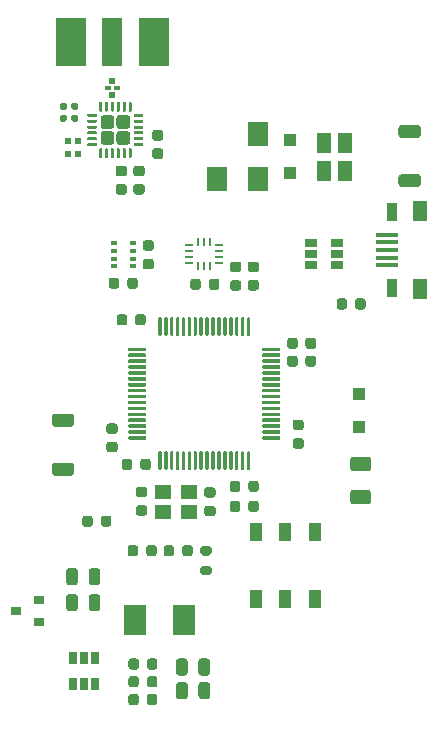
<source format=gbr>
G04 #@! TF.GenerationSoftware,KiCad,Pcbnew,(5.1.7)-1*
G04 #@! TF.CreationDate,2021-03-01T18:39:25+01:00*
G04 #@! TF.ProjectId,Zeggreus,5a656767-7265-4757-932e-6b696361645f,rev?*
G04 #@! TF.SameCoordinates,Original*
G04 #@! TF.FileFunction,Paste,Top*
G04 #@! TF.FilePolarity,Positive*
%FSLAX46Y46*%
G04 Gerber Fmt 4.6, Leading zero omitted, Abs format (unit mm)*
G04 Created by KiCad (PCBNEW (5.1.7)-1) date 2021-03-01 18:39:25*
%MOMM*%
%LPD*%
G01*
G04 APERTURE LIST*
%ADD10R,1.000000X1.500000*%
%ADD11R,0.900000X0.800000*%
%ADD12R,1.100000X1.100000*%
%ADD13R,1.300000X1.700000*%
%ADD14R,0.500000X0.600000*%
%ADD15R,2.665000X4.190000*%
%ADD16R,1.780000X4.190000*%
%ADD17R,1.060000X0.650000*%
%ADD18R,0.500000X0.300000*%
%ADD19R,0.550000X0.550000*%
%ADD20R,1.850000X0.400000*%
%ADD21R,0.900000X1.625000*%
%ADD22R,1.900000X2.500000*%
%ADD23R,1.700000X2.100000*%
%ADD24R,0.675000X0.250000*%
%ADD25R,0.250000X0.675000*%
%ADD26R,0.650000X1.060000*%
%ADD27R,1.400000X1.200000*%
%ADD28R,0.500000X0.350000*%
G04 APERTURE END LIST*
G36*
G01*
X135825000Y-92050000D02*
X137175000Y-92050000D01*
G75*
G02*
X137450000Y-92325000I0J-275000D01*
G01*
X137450000Y-92875000D01*
G75*
G02*
X137175000Y-93150000I-275000J0D01*
G01*
X135825000Y-93150000D01*
G75*
G02*
X135550000Y-92875000I0J275000D01*
G01*
X135550000Y-92325000D01*
G75*
G02*
X135825000Y-92050000I275000J0D01*
G01*
G37*
G36*
G01*
X135825000Y-96200000D02*
X137175000Y-96200000D01*
G75*
G02*
X137450000Y-96475000I0J-275000D01*
G01*
X137450000Y-97025000D01*
G75*
G02*
X137175000Y-97300000I-275000J0D01*
G01*
X135825000Y-97300000D01*
G75*
G02*
X135550000Y-97025000I0J275000D01*
G01*
X135550000Y-96475000D01*
G75*
G02*
X135825000Y-96200000I275000J0D01*
G01*
G37*
D10*
X157816000Y-107752000D03*
X152816000Y-107752000D03*
X152816000Y-102032000D03*
X157816000Y-102032000D03*
X155316000Y-107752000D03*
X155316000Y-102032000D03*
G36*
G01*
X148325000Y-104900000D02*
X148875000Y-104900000D01*
G75*
G02*
X149075000Y-105100000I0J-200000D01*
G01*
X149075000Y-105500000D01*
G75*
G02*
X148875000Y-105700000I-200000J0D01*
G01*
X148325000Y-105700000D01*
G75*
G02*
X148125000Y-105500000I0J200000D01*
G01*
X148125000Y-105100000D01*
G75*
G02*
X148325000Y-104900000I200000J0D01*
G01*
G37*
G36*
G01*
X148325000Y-103250000D02*
X148875000Y-103250000D01*
G75*
G02*
X149075000Y-103450000I0J-200000D01*
G01*
X149075000Y-103850000D01*
G75*
G02*
X148875000Y-104050000I-200000J0D01*
G01*
X148325000Y-104050000D01*
G75*
G02*
X148125000Y-103850000I0J200000D01*
G01*
X148125000Y-103450000D01*
G75*
G02*
X148325000Y-103250000I200000J0D01*
G01*
G37*
D11*
X132500000Y-108750000D03*
X134500000Y-107800000D03*
X134500000Y-109700000D03*
D12*
X155750000Y-68850000D03*
X155750000Y-71650000D03*
D13*
X160400000Y-71500000D03*
X158600000Y-71500000D03*
X160400000Y-69100000D03*
X158600000Y-69100000D03*
D14*
X137760000Y-68920000D03*
X137760000Y-70020000D03*
X136960000Y-70020000D03*
X136960000Y-68920000D03*
G36*
G01*
X152366000Y-80717000D02*
X152866000Y-80717000D01*
G75*
G02*
X153091000Y-80942000I0J-225000D01*
G01*
X153091000Y-81392000D01*
G75*
G02*
X152866000Y-81617000I-225000J0D01*
G01*
X152366000Y-81617000D01*
G75*
G02*
X152141000Y-81392000I0J225000D01*
G01*
X152141000Y-80942000D01*
G75*
G02*
X152366000Y-80717000I225000J0D01*
G01*
G37*
G36*
G01*
X152366000Y-79167000D02*
X152866000Y-79167000D01*
G75*
G02*
X153091000Y-79392000I0J-225000D01*
G01*
X153091000Y-79842000D01*
G75*
G02*
X152866000Y-80067000I-225000J0D01*
G01*
X152366000Y-80067000D01*
G75*
G02*
X152141000Y-79842000I0J225000D01*
G01*
X152141000Y-79392000D01*
G75*
G02*
X152366000Y-79167000I225000J0D01*
G01*
G37*
G36*
G01*
X165175000Y-67600000D02*
X166525000Y-67600000D01*
G75*
G02*
X166800000Y-67875000I0J-275000D01*
G01*
X166800000Y-68425000D01*
G75*
G02*
X166525000Y-68700000I-275000J0D01*
G01*
X165175000Y-68700000D01*
G75*
G02*
X164900000Y-68425000I0J275000D01*
G01*
X164900000Y-67875000D01*
G75*
G02*
X165175000Y-67600000I275000J0D01*
G01*
G37*
G36*
G01*
X165175000Y-71750000D02*
X166525000Y-71750000D01*
G75*
G02*
X166800000Y-72025000I0J-275000D01*
G01*
X166800000Y-72575000D01*
G75*
G02*
X166525000Y-72850000I-275000J0D01*
G01*
X165175000Y-72850000D01*
G75*
G02*
X164900000Y-72575000I0J275000D01*
G01*
X164900000Y-72025000D01*
G75*
G02*
X165175000Y-71750000I275000J0D01*
G01*
G37*
D15*
X137195136Y-60542000D03*
D16*
X140687636Y-60542000D03*
D15*
X144180136Y-60542000D03*
D17*
X157466000Y-78542000D03*
X157466000Y-79492000D03*
X157466000Y-77592000D03*
X159666000Y-77592000D03*
X159666000Y-78542000D03*
X159666000Y-79492000D03*
D18*
X141037636Y-64470681D03*
D19*
X140687636Y-65070681D03*
X140687636Y-63870681D03*
D18*
X140337636Y-64470681D03*
G36*
G01*
X141026000Y-69032001D02*
X141026000Y-68361999D01*
G75*
G02*
X141275999Y-68112000I249999J0D01*
G01*
X141946001Y-68112000D01*
G75*
G02*
X142196000Y-68361999I0J-249999D01*
G01*
X142196000Y-69032001D01*
G75*
G02*
X141946001Y-69282000I-249999J0D01*
G01*
X141275999Y-69282000D01*
G75*
G02*
X141026000Y-69032001I0J249999D01*
G01*
G37*
G36*
G01*
X141026000Y-67682001D02*
X141026000Y-67011999D01*
G75*
G02*
X141275999Y-66762000I249999J0D01*
G01*
X141946001Y-66762000D01*
G75*
G02*
X142196000Y-67011999I0J-249999D01*
G01*
X142196000Y-67682001D01*
G75*
G02*
X141946001Y-67932000I-249999J0D01*
G01*
X141275999Y-67932000D01*
G75*
G02*
X141026000Y-67682001I0J249999D01*
G01*
G37*
G36*
G01*
X139676000Y-69032001D02*
X139676000Y-68361999D01*
G75*
G02*
X139925999Y-68112000I249999J0D01*
G01*
X140596001Y-68112000D01*
G75*
G02*
X140846000Y-68361999I0J-249999D01*
G01*
X140846000Y-69032001D01*
G75*
G02*
X140596001Y-69282000I-249999J0D01*
G01*
X139925999Y-69282000D01*
G75*
G02*
X139676000Y-69032001I0J249999D01*
G01*
G37*
G36*
G01*
X139676000Y-67682001D02*
X139676000Y-67011999D01*
G75*
G02*
X139925999Y-66762000I249999J0D01*
G01*
X140596001Y-66762000D01*
G75*
G02*
X140846000Y-67011999I0J-249999D01*
G01*
X140846000Y-67682001D01*
G75*
G02*
X140596001Y-67932000I-249999J0D01*
G01*
X139925999Y-67932000D01*
G75*
G02*
X139676000Y-67682001I0J249999D01*
G01*
G37*
G36*
G01*
X139561000Y-66409500D02*
X139561000Y-65709500D01*
G75*
G02*
X139623500Y-65647000I62500J0D01*
G01*
X139748500Y-65647000D01*
G75*
G02*
X139811000Y-65709500I0J-62500D01*
G01*
X139811000Y-66409500D01*
G75*
G02*
X139748500Y-66472000I-62500J0D01*
G01*
X139623500Y-66472000D01*
G75*
G02*
X139561000Y-66409500I0J62500D01*
G01*
G37*
G36*
G01*
X140061000Y-66409500D02*
X140061000Y-65709500D01*
G75*
G02*
X140123500Y-65647000I62500J0D01*
G01*
X140248500Y-65647000D01*
G75*
G02*
X140311000Y-65709500I0J-62500D01*
G01*
X140311000Y-66409500D01*
G75*
G02*
X140248500Y-66472000I-62500J0D01*
G01*
X140123500Y-66472000D01*
G75*
G02*
X140061000Y-66409500I0J62500D01*
G01*
G37*
G36*
G01*
X140561000Y-66409500D02*
X140561000Y-65709500D01*
G75*
G02*
X140623500Y-65647000I62500J0D01*
G01*
X140748500Y-65647000D01*
G75*
G02*
X140811000Y-65709500I0J-62500D01*
G01*
X140811000Y-66409500D01*
G75*
G02*
X140748500Y-66472000I-62500J0D01*
G01*
X140623500Y-66472000D01*
G75*
G02*
X140561000Y-66409500I0J62500D01*
G01*
G37*
G36*
G01*
X141061000Y-66409500D02*
X141061000Y-65709500D01*
G75*
G02*
X141123500Y-65647000I62500J0D01*
G01*
X141248500Y-65647000D01*
G75*
G02*
X141311000Y-65709500I0J-62500D01*
G01*
X141311000Y-66409500D01*
G75*
G02*
X141248500Y-66472000I-62500J0D01*
G01*
X141123500Y-66472000D01*
G75*
G02*
X141061000Y-66409500I0J62500D01*
G01*
G37*
G36*
G01*
X141561000Y-66409500D02*
X141561000Y-65709500D01*
G75*
G02*
X141623500Y-65647000I62500J0D01*
G01*
X141748500Y-65647000D01*
G75*
G02*
X141811000Y-65709500I0J-62500D01*
G01*
X141811000Y-66409500D01*
G75*
G02*
X141748500Y-66472000I-62500J0D01*
G01*
X141623500Y-66472000D01*
G75*
G02*
X141561000Y-66409500I0J62500D01*
G01*
G37*
G36*
G01*
X142061000Y-66409500D02*
X142061000Y-65709500D01*
G75*
G02*
X142123500Y-65647000I62500J0D01*
G01*
X142248500Y-65647000D01*
G75*
G02*
X142311000Y-65709500I0J-62500D01*
G01*
X142311000Y-66409500D01*
G75*
G02*
X142248500Y-66472000I-62500J0D01*
G01*
X142123500Y-66472000D01*
G75*
G02*
X142061000Y-66409500I0J62500D01*
G01*
G37*
G36*
G01*
X142486000Y-66834500D02*
X142486000Y-66709500D01*
G75*
G02*
X142548500Y-66647000I62500J0D01*
G01*
X143248500Y-66647000D01*
G75*
G02*
X143311000Y-66709500I0J-62500D01*
G01*
X143311000Y-66834500D01*
G75*
G02*
X143248500Y-66897000I-62500J0D01*
G01*
X142548500Y-66897000D01*
G75*
G02*
X142486000Y-66834500I0J62500D01*
G01*
G37*
G36*
G01*
X142486000Y-67334500D02*
X142486000Y-67209500D01*
G75*
G02*
X142548500Y-67147000I62500J0D01*
G01*
X143248500Y-67147000D01*
G75*
G02*
X143311000Y-67209500I0J-62500D01*
G01*
X143311000Y-67334500D01*
G75*
G02*
X143248500Y-67397000I-62500J0D01*
G01*
X142548500Y-67397000D01*
G75*
G02*
X142486000Y-67334500I0J62500D01*
G01*
G37*
G36*
G01*
X142486000Y-67834500D02*
X142486000Y-67709500D01*
G75*
G02*
X142548500Y-67647000I62500J0D01*
G01*
X143248500Y-67647000D01*
G75*
G02*
X143311000Y-67709500I0J-62500D01*
G01*
X143311000Y-67834500D01*
G75*
G02*
X143248500Y-67897000I-62500J0D01*
G01*
X142548500Y-67897000D01*
G75*
G02*
X142486000Y-67834500I0J62500D01*
G01*
G37*
G36*
G01*
X142486000Y-68334500D02*
X142486000Y-68209500D01*
G75*
G02*
X142548500Y-68147000I62500J0D01*
G01*
X143248500Y-68147000D01*
G75*
G02*
X143311000Y-68209500I0J-62500D01*
G01*
X143311000Y-68334500D01*
G75*
G02*
X143248500Y-68397000I-62500J0D01*
G01*
X142548500Y-68397000D01*
G75*
G02*
X142486000Y-68334500I0J62500D01*
G01*
G37*
G36*
G01*
X142486000Y-68834500D02*
X142486000Y-68709500D01*
G75*
G02*
X142548500Y-68647000I62500J0D01*
G01*
X143248500Y-68647000D01*
G75*
G02*
X143311000Y-68709500I0J-62500D01*
G01*
X143311000Y-68834500D01*
G75*
G02*
X143248500Y-68897000I-62500J0D01*
G01*
X142548500Y-68897000D01*
G75*
G02*
X142486000Y-68834500I0J62500D01*
G01*
G37*
G36*
G01*
X142486000Y-69334500D02*
X142486000Y-69209500D01*
G75*
G02*
X142548500Y-69147000I62500J0D01*
G01*
X143248500Y-69147000D01*
G75*
G02*
X143311000Y-69209500I0J-62500D01*
G01*
X143311000Y-69334500D01*
G75*
G02*
X143248500Y-69397000I-62500J0D01*
G01*
X142548500Y-69397000D01*
G75*
G02*
X142486000Y-69334500I0J62500D01*
G01*
G37*
G36*
G01*
X142061000Y-70334500D02*
X142061000Y-69634500D01*
G75*
G02*
X142123500Y-69572000I62500J0D01*
G01*
X142248500Y-69572000D01*
G75*
G02*
X142311000Y-69634500I0J-62500D01*
G01*
X142311000Y-70334500D01*
G75*
G02*
X142248500Y-70397000I-62500J0D01*
G01*
X142123500Y-70397000D01*
G75*
G02*
X142061000Y-70334500I0J62500D01*
G01*
G37*
G36*
G01*
X141561000Y-70334500D02*
X141561000Y-69634500D01*
G75*
G02*
X141623500Y-69572000I62500J0D01*
G01*
X141748500Y-69572000D01*
G75*
G02*
X141811000Y-69634500I0J-62500D01*
G01*
X141811000Y-70334500D01*
G75*
G02*
X141748500Y-70397000I-62500J0D01*
G01*
X141623500Y-70397000D01*
G75*
G02*
X141561000Y-70334500I0J62500D01*
G01*
G37*
G36*
G01*
X141061000Y-70334500D02*
X141061000Y-69634500D01*
G75*
G02*
X141123500Y-69572000I62500J0D01*
G01*
X141248500Y-69572000D01*
G75*
G02*
X141311000Y-69634500I0J-62500D01*
G01*
X141311000Y-70334500D01*
G75*
G02*
X141248500Y-70397000I-62500J0D01*
G01*
X141123500Y-70397000D01*
G75*
G02*
X141061000Y-70334500I0J62500D01*
G01*
G37*
G36*
G01*
X140561000Y-70334500D02*
X140561000Y-69634500D01*
G75*
G02*
X140623500Y-69572000I62500J0D01*
G01*
X140748500Y-69572000D01*
G75*
G02*
X140811000Y-69634500I0J-62500D01*
G01*
X140811000Y-70334500D01*
G75*
G02*
X140748500Y-70397000I-62500J0D01*
G01*
X140623500Y-70397000D01*
G75*
G02*
X140561000Y-70334500I0J62500D01*
G01*
G37*
G36*
G01*
X140061000Y-70334500D02*
X140061000Y-69634500D01*
G75*
G02*
X140123500Y-69572000I62500J0D01*
G01*
X140248500Y-69572000D01*
G75*
G02*
X140311000Y-69634500I0J-62500D01*
G01*
X140311000Y-70334500D01*
G75*
G02*
X140248500Y-70397000I-62500J0D01*
G01*
X140123500Y-70397000D01*
G75*
G02*
X140061000Y-70334500I0J62500D01*
G01*
G37*
G36*
G01*
X139561000Y-70334500D02*
X139561000Y-69634500D01*
G75*
G02*
X139623500Y-69572000I62500J0D01*
G01*
X139748500Y-69572000D01*
G75*
G02*
X139811000Y-69634500I0J-62500D01*
G01*
X139811000Y-70334500D01*
G75*
G02*
X139748500Y-70397000I-62500J0D01*
G01*
X139623500Y-70397000D01*
G75*
G02*
X139561000Y-70334500I0J62500D01*
G01*
G37*
G36*
G01*
X138561000Y-69334500D02*
X138561000Y-69209500D01*
G75*
G02*
X138623500Y-69147000I62500J0D01*
G01*
X139323500Y-69147000D01*
G75*
G02*
X139386000Y-69209500I0J-62500D01*
G01*
X139386000Y-69334500D01*
G75*
G02*
X139323500Y-69397000I-62500J0D01*
G01*
X138623500Y-69397000D01*
G75*
G02*
X138561000Y-69334500I0J62500D01*
G01*
G37*
G36*
G01*
X138561000Y-68834500D02*
X138561000Y-68709500D01*
G75*
G02*
X138623500Y-68647000I62500J0D01*
G01*
X139323500Y-68647000D01*
G75*
G02*
X139386000Y-68709500I0J-62500D01*
G01*
X139386000Y-68834500D01*
G75*
G02*
X139323500Y-68897000I-62500J0D01*
G01*
X138623500Y-68897000D01*
G75*
G02*
X138561000Y-68834500I0J62500D01*
G01*
G37*
G36*
G01*
X138561000Y-68334500D02*
X138561000Y-68209500D01*
G75*
G02*
X138623500Y-68147000I62500J0D01*
G01*
X139323500Y-68147000D01*
G75*
G02*
X139386000Y-68209500I0J-62500D01*
G01*
X139386000Y-68334500D01*
G75*
G02*
X139323500Y-68397000I-62500J0D01*
G01*
X138623500Y-68397000D01*
G75*
G02*
X138561000Y-68334500I0J62500D01*
G01*
G37*
G36*
G01*
X138561000Y-67834500D02*
X138561000Y-67709500D01*
G75*
G02*
X138623500Y-67647000I62500J0D01*
G01*
X139323500Y-67647000D01*
G75*
G02*
X139386000Y-67709500I0J-62500D01*
G01*
X139386000Y-67834500D01*
G75*
G02*
X139323500Y-67897000I-62500J0D01*
G01*
X138623500Y-67897000D01*
G75*
G02*
X138561000Y-67834500I0J62500D01*
G01*
G37*
G36*
G01*
X138561000Y-67334500D02*
X138561000Y-67209500D01*
G75*
G02*
X138623500Y-67147000I62500J0D01*
G01*
X139323500Y-67147000D01*
G75*
G02*
X139386000Y-67209500I0J-62500D01*
G01*
X139386000Y-67334500D01*
G75*
G02*
X139323500Y-67397000I-62500J0D01*
G01*
X138623500Y-67397000D01*
G75*
G02*
X138561000Y-67334500I0J62500D01*
G01*
G37*
G36*
G01*
X138561000Y-66834500D02*
X138561000Y-66709500D01*
G75*
G02*
X138623500Y-66647000I62500J0D01*
G01*
X139323500Y-66647000D01*
G75*
G02*
X139386000Y-66709500I0J-62500D01*
G01*
X139386000Y-66834500D01*
G75*
G02*
X139323500Y-66897000I-62500J0D01*
G01*
X138623500Y-66897000D01*
G75*
G02*
X138561000Y-66834500I0J62500D01*
G01*
G37*
G36*
G01*
X136816000Y-65852000D02*
X136816000Y-66192000D01*
G75*
G02*
X136676000Y-66332000I-140000J0D01*
G01*
X136396000Y-66332000D01*
G75*
G02*
X136256000Y-66192000I0J140000D01*
G01*
X136256000Y-65852000D01*
G75*
G02*
X136396000Y-65712000I140000J0D01*
G01*
X136676000Y-65712000D01*
G75*
G02*
X136816000Y-65852000I0J-140000D01*
G01*
G37*
G36*
G01*
X137776000Y-65852000D02*
X137776000Y-66192000D01*
G75*
G02*
X137636000Y-66332000I-140000J0D01*
G01*
X137356000Y-66332000D01*
G75*
G02*
X137216000Y-66192000I0J140000D01*
G01*
X137216000Y-65852000D01*
G75*
G02*
X137356000Y-65712000I140000J0D01*
G01*
X137636000Y-65712000D01*
G75*
G02*
X137776000Y-65852000I0J-140000D01*
G01*
G37*
G36*
G01*
X142686000Y-72597000D02*
X143186000Y-72597000D01*
G75*
G02*
X143411000Y-72822000I0J-225000D01*
G01*
X143411000Y-73272000D01*
G75*
G02*
X143186000Y-73497000I-225000J0D01*
G01*
X142686000Y-73497000D01*
G75*
G02*
X142461000Y-73272000I0J225000D01*
G01*
X142461000Y-72822000D01*
G75*
G02*
X142686000Y-72597000I225000J0D01*
G01*
G37*
G36*
G01*
X142686000Y-71047000D02*
X143186000Y-71047000D01*
G75*
G02*
X143411000Y-71272000I0J-225000D01*
G01*
X143411000Y-71722000D01*
G75*
G02*
X143186000Y-71947000I-225000J0D01*
G01*
X142686000Y-71947000D01*
G75*
G02*
X142461000Y-71722000I0J225000D01*
G01*
X142461000Y-71272000D01*
G75*
G02*
X142686000Y-71047000I225000J0D01*
G01*
G37*
G36*
G01*
X141186000Y-72597000D02*
X141686000Y-72597000D01*
G75*
G02*
X141911000Y-72822000I0J-225000D01*
G01*
X141911000Y-73272000D01*
G75*
G02*
X141686000Y-73497000I-225000J0D01*
G01*
X141186000Y-73497000D01*
G75*
G02*
X140961000Y-73272000I0J225000D01*
G01*
X140961000Y-72822000D01*
G75*
G02*
X141186000Y-72597000I225000J0D01*
G01*
G37*
G36*
G01*
X141186000Y-71047000D02*
X141686000Y-71047000D01*
G75*
G02*
X141911000Y-71272000I0J-225000D01*
G01*
X141911000Y-71722000D01*
G75*
G02*
X141686000Y-71947000I-225000J0D01*
G01*
X141186000Y-71947000D01*
G75*
G02*
X140961000Y-71722000I0J225000D01*
G01*
X140961000Y-71272000D01*
G75*
G02*
X141186000Y-71047000I225000J0D01*
G01*
G37*
G36*
G01*
X144266000Y-69572000D02*
X144766000Y-69572000D01*
G75*
G02*
X144991000Y-69797000I0J-225000D01*
G01*
X144991000Y-70247000D01*
G75*
G02*
X144766000Y-70472000I-225000J0D01*
G01*
X144266000Y-70472000D01*
G75*
G02*
X144041000Y-70247000I0J225000D01*
G01*
X144041000Y-69797000D01*
G75*
G02*
X144266000Y-69572000I225000J0D01*
G01*
G37*
G36*
G01*
X144266000Y-68022000D02*
X144766000Y-68022000D01*
G75*
G02*
X144991000Y-68247000I0J-225000D01*
G01*
X144991000Y-68697000D01*
G75*
G02*
X144766000Y-68922000I-225000J0D01*
G01*
X144266000Y-68922000D01*
G75*
G02*
X144041000Y-68697000I0J225000D01*
G01*
X144041000Y-68247000D01*
G75*
G02*
X144266000Y-68022000I225000J0D01*
G01*
G37*
G36*
G01*
X137216000Y-67192000D02*
X137216000Y-66852000D01*
G75*
G02*
X137356000Y-66712000I140000J0D01*
G01*
X137636000Y-66712000D01*
G75*
G02*
X137776000Y-66852000I0J-140000D01*
G01*
X137776000Y-67192000D01*
G75*
G02*
X137636000Y-67332000I-140000J0D01*
G01*
X137356000Y-67332000D01*
G75*
G02*
X137216000Y-67192000I0J140000D01*
G01*
G37*
G36*
G01*
X136256000Y-67192000D02*
X136256000Y-66852000D01*
G75*
G02*
X136396000Y-66712000I140000J0D01*
G01*
X136676000Y-66712000D01*
G75*
G02*
X136816000Y-66852000I0J-140000D01*
G01*
X136816000Y-67192000D01*
G75*
G02*
X136676000Y-67332000I-140000J0D01*
G01*
X136396000Y-67332000D01*
G75*
G02*
X136256000Y-67192000I0J140000D01*
G01*
G37*
D20*
X163891000Y-79492000D03*
X163891000Y-78842000D03*
X163891000Y-76892000D03*
X163891000Y-77542000D03*
D21*
X164366000Y-81429500D03*
X164366000Y-74954500D03*
D13*
X166716000Y-81467000D03*
X166716000Y-74917000D03*
D20*
X163891000Y-78192000D03*
D22*
X146716000Y-109492000D03*
X142616000Y-109492000D03*
D23*
X153000000Y-72192000D03*
X149500000Y-72192000D03*
X153000000Y-68392000D03*
G36*
G01*
X138666000Y-106317000D02*
X138666000Y-105367000D01*
G75*
G02*
X138916000Y-105117000I250000J0D01*
G01*
X139416000Y-105117000D01*
G75*
G02*
X139666000Y-105367000I0J-250000D01*
G01*
X139666000Y-106317000D01*
G75*
G02*
X139416000Y-106567000I-250000J0D01*
G01*
X138916000Y-106567000D01*
G75*
G02*
X138666000Y-106317000I0J250000D01*
G01*
G37*
G36*
G01*
X136766000Y-106317000D02*
X136766000Y-105367000D01*
G75*
G02*
X137016000Y-105117000I250000J0D01*
G01*
X137516000Y-105117000D01*
G75*
G02*
X137766000Y-105367000I0J-250000D01*
G01*
X137766000Y-106317000D01*
G75*
G02*
X137516000Y-106567000I-250000J0D01*
G01*
X137016000Y-106567000D01*
G75*
G02*
X136766000Y-106317000I0J250000D01*
G01*
G37*
G36*
G01*
X148966000Y-115017000D02*
X148966000Y-115967000D01*
G75*
G02*
X148716000Y-116217000I-250000J0D01*
G01*
X148216000Y-116217000D01*
G75*
G02*
X147966000Y-115967000I0J250000D01*
G01*
X147966000Y-115017000D01*
G75*
G02*
X148216000Y-114767000I250000J0D01*
G01*
X148716000Y-114767000D01*
G75*
G02*
X148966000Y-115017000I0J-250000D01*
G01*
G37*
G36*
G01*
X147066000Y-115017000D02*
X147066000Y-115967000D01*
G75*
G02*
X146816000Y-116217000I-250000J0D01*
G01*
X146316000Y-116217000D01*
G75*
G02*
X146066000Y-115967000I0J250000D01*
G01*
X146066000Y-115017000D01*
G75*
G02*
X146316000Y-114767000I250000J0D01*
G01*
X146816000Y-114767000D01*
G75*
G02*
X147066000Y-115017000I0J-250000D01*
G01*
G37*
G36*
G01*
X146066000Y-113967000D02*
X146066000Y-113017000D01*
G75*
G02*
X146316000Y-112767000I250000J0D01*
G01*
X146816000Y-112767000D01*
G75*
G02*
X147066000Y-113017000I0J-250000D01*
G01*
X147066000Y-113967000D01*
G75*
G02*
X146816000Y-114217000I-250000J0D01*
G01*
X146316000Y-114217000D01*
G75*
G02*
X146066000Y-113967000I0J250000D01*
G01*
G37*
G36*
G01*
X147966000Y-113967000D02*
X147966000Y-113017000D01*
G75*
G02*
X148216000Y-112767000I250000J0D01*
G01*
X148716000Y-112767000D01*
G75*
G02*
X148966000Y-113017000I0J-250000D01*
G01*
X148966000Y-113967000D01*
G75*
G02*
X148716000Y-114217000I-250000J0D01*
G01*
X148216000Y-114217000D01*
G75*
G02*
X147966000Y-113967000I0J250000D01*
G01*
G37*
G36*
G01*
X137766000Y-107567000D02*
X137766000Y-108517000D01*
G75*
G02*
X137516000Y-108767000I-250000J0D01*
G01*
X137016000Y-108767000D01*
G75*
G02*
X136766000Y-108517000I0J250000D01*
G01*
X136766000Y-107567000D01*
G75*
G02*
X137016000Y-107317000I250000J0D01*
G01*
X137516000Y-107317000D01*
G75*
G02*
X137766000Y-107567000I0J-250000D01*
G01*
G37*
G36*
G01*
X139666000Y-107567000D02*
X139666000Y-108517000D01*
G75*
G02*
X139416000Y-108767000I-250000J0D01*
G01*
X138916000Y-108767000D01*
G75*
G02*
X138666000Y-108517000I0J250000D01*
G01*
X138666000Y-107567000D01*
G75*
G02*
X138916000Y-107317000I250000J0D01*
G01*
X139416000Y-107317000D01*
G75*
G02*
X139666000Y-107567000I0J-250000D01*
G01*
G37*
D12*
X161600000Y-93202000D03*
X161600000Y-90402000D03*
G36*
G01*
X162325000Y-96925000D02*
X161075000Y-96925000D01*
G75*
G02*
X160825000Y-96675000I0J250000D01*
G01*
X160825000Y-95925000D01*
G75*
G02*
X161075000Y-95675000I250000J0D01*
G01*
X162325000Y-95675000D01*
G75*
G02*
X162575000Y-95925000I0J-250000D01*
G01*
X162575000Y-96675000D01*
G75*
G02*
X162325000Y-96925000I-250000J0D01*
G01*
G37*
G36*
G01*
X162325000Y-99725000D02*
X161075000Y-99725000D01*
G75*
G02*
X160825000Y-99475000I0J250000D01*
G01*
X160825000Y-98725000D01*
G75*
G02*
X161075000Y-98475000I250000J0D01*
G01*
X162325000Y-98475000D01*
G75*
G02*
X162575000Y-98725000I0J-250000D01*
G01*
X162575000Y-99475000D01*
G75*
G02*
X162325000Y-99725000I-250000J0D01*
G01*
G37*
G36*
G01*
X142603500Y-84342000D02*
X142603500Y-83842000D01*
G75*
G02*
X142828500Y-83617000I225000J0D01*
G01*
X143278500Y-83617000D01*
G75*
G02*
X143503500Y-83842000I0J-225000D01*
G01*
X143503500Y-84342000D01*
G75*
G02*
X143278500Y-84567000I-225000J0D01*
G01*
X142828500Y-84567000D01*
G75*
G02*
X142603500Y-84342000I0J225000D01*
G01*
G37*
G36*
G01*
X141053500Y-84342000D02*
X141053500Y-83842000D01*
G75*
G02*
X141278500Y-83617000I225000J0D01*
G01*
X141728500Y-83617000D01*
G75*
G02*
X141953500Y-83842000I0J-225000D01*
G01*
X141953500Y-84342000D01*
G75*
G02*
X141728500Y-84567000I-225000J0D01*
G01*
X141278500Y-84567000D01*
G75*
G02*
X141053500Y-84342000I0J225000D01*
G01*
G37*
G36*
G01*
X156378500Y-85842000D02*
X156378500Y-86342000D01*
G75*
G02*
X156153500Y-86567000I-225000J0D01*
G01*
X155703500Y-86567000D01*
G75*
G02*
X155478500Y-86342000I0J225000D01*
G01*
X155478500Y-85842000D01*
G75*
G02*
X155703500Y-85617000I225000J0D01*
G01*
X156153500Y-85617000D01*
G75*
G02*
X156378500Y-85842000I0J-225000D01*
G01*
G37*
G36*
G01*
X157928500Y-85842000D02*
X157928500Y-86342000D01*
G75*
G02*
X157703500Y-86567000I-225000J0D01*
G01*
X157253500Y-86567000D01*
G75*
G02*
X157028500Y-86342000I0J225000D01*
G01*
X157028500Y-85842000D01*
G75*
G02*
X157253500Y-85617000I225000J0D01*
G01*
X157703500Y-85617000D01*
G75*
G02*
X157928500Y-85842000I0J-225000D01*
G01*
G37*
G36*
G01*
X140403500Y-94417000D02*
X140903500Y-94417000D01*
G75*
G02*
X141128500Y-94642000I0J-225000D01*
G01*
X141128500Y-95092000D01*
G75*
G02*
X140903500Y-95317000I-225000J0D01*
G01*
X140403500Y-95317000D01*
G75*
G02*
X140178500Y-95092000I0J225000D01*
G01*
X140178500Y-94642000D01*
G75*
G02*
X140403500Y-94417000I225000J0D01*
G01*
G37*
G36*
G01*
X140403500Y-92867000D02*
X140903500Y-92867000D01*
G75*
G02*
X141128500Y-93092000I0J-225000D01*
G01*
X141128500Y-93542000D01*
G75*
G02*
X140903500Y-93767000I-225000J0D01*
G01*
X140403500Y-93767000D01*
G75*
G02*
X140178500Y-93542000I0J225000D01*
G01*
X140178500Y-93092000D01*
G75*
G02*
X140403500Y-92867000I225000J0D01*
G01*
G37*
G36*
G01*
X156378500Y-87342000D02*
X156378500Y-87842000D01*
G75*
G02*
X156153500Y-88067000I-225000J0D01*
G01*
X155703500Y-88067000D01*
G75*
G02*
X155478500Y-87842000I0J225000D01*
G01*
X155478500Y-87342000D01*
G75*
G02*
X155703500Y-87117000I225000J0D01*
G01*
X156153500Y-87117000D01*
G75*
G02*
X156378500Y-87342000I0J-225000D01*
G01*
G37*
G36*
G01*
X157928500Y-87342000D02*
X157928500Y-87842000D01*
G75*
G02*
X157703500Y-88067000I-225000J0D01*
G01*
X157253500Y-88067000D01*
G75*
G02*
X157028500Y-87842000I0J225000D01*
G01*
X157028500Y-87342000D01*
G75*
G02*
X157253500Y-87117000I225000J0D01*
G01*
X157703500Y-87117000D01*
G75*
G02*
X157928500Y-87342000I0J-225000D01*
G01*
G37*
D24*
X149716000Y-77792000D03*
X149716000Y-78292000D03*
X149716000Y-78792000D03*
X149716000Y-79292000D03*
X147191000Y-79292000D03*
X147191000Y-78792000D03*
X147191000Y-78292000D03*
X147191000Y-77792000D03*
D25*
X148953500Y-79554500D03*
X148453500Y-79554500D03*
X147953500Y-79554500D03*
X148953500Y-77529500D03*
X147953500Y-77529500D03*
X148453500Y-77529500D03*
G36*
G01*
X147475000Y-103393750D02*
X147475000Y-103906250D01*
G75*
G02*
X147256250Y-104125000I-218750J0D01*
G01*
X146818750Y-104125000D01*
G75*
G02*
X146600000Y-103906250I0J218750D01*
G01*
X146600000Y-103393750D01*
G75*
G02*
X146818750Y-103175000I218750J0D01*
G01*
X147256250Y-103175000D01*
G75*
G02*
X147475000Y-103393750I0J-218750D01*
G01*
G37*
G36*
G01*
X145900000Y-103393750D02*
X145900000Y-103906250D01*
G75*
G02*
X145681250Y-104125000I-218750J0D01*
G01*
X145243750Y-104125000D01*
G75*
G02*
X145025000Y-103906250I0J218750D01*
G01*
X145025000Y-103393750D01*
G75*
G02*
X145243750Y-103175000I218750J0D01*
G01*
X145681250Y-103175000D01*
G75*
G02*
X145900000Y-103393750I0J-218750D01*
G01*
G37*
G36*
G01*
X144428500Y-103385750D02*
X144428500Y-103898250D01*
G75*
G02*
X144209750Y-104117000I-218750J0D01*
G01*
X143772250Y-104117000D01*
G75*
G02*
X143553500Y-103898250I0J218750D01*
G01*
X143553500Y-103385750D01*
G75*
G02*
X143772250Y-103167000I218750J0D01*
G01*
X144209750Y-103167000D01*
G75*
G02*
X144428500Y-103385750I0J-218750D01*
G01*
G37*
G36*
G01*
X142853500Y-103385750D02*
X142853500Y-103898250D01*
G75*
G02*
X142634750Y-104117000I-218750J0D01*
G01*
X142197250Y-104117000D01*
G75*
G02*
X141978500Y-103898250I0J218750D01*
G01*
X141978500Y-103385750D01*
G75*
G02*
X142197250Y-103167000I218750J0D01*
G01*
X142634750Y-103167000D01*
G75*
G02*
X142853500Y-103385750I0J-218750D01*
G01*
G37*
G36*
G01*
X143478500Y-94242000D02*
X142078500Y-94242000D01*
G75*
G02*
X142003500Y-94167000I0J75000D01*
G01*
X142003500Y-94017000D01*
G75*
G02*
X142078500Y-93942000I75000J0D01*
G01*
X143478500Y-93942000D01*
G75*
G02*
X143553500Y-94017000I0J-75000D01*
G01*
X143553500Y-94167000D01*
G75*
G02*
X143478500Y-94242000I-75000J0D01*
G01*
G37*
G36*
G01*
X143478500Y-93742000D02*
X142078500Y-93742000D01*
G75*
G02*
X142003500Y-93667000I0J75000D01*
G01*
X142003500Y-93517000D01*
G75*
G02*
X142078500Y-93442000I75000J0D01*
G01*
X143478500Y-93442000D01*
G75*
G02*
X143553500Y-93517000I0J-75000D01*
G01*
X143553500Y-93667000D01*
G75*
G02*
X143478500Y-93742000I-75000J0D01*
G01*
G37*
G36*
G01*
X143478500Y-93242000D02*
X142078500Y-93242000D01*
G75*
G02*
X142003500Y-93167000I0J75000D01*
G01*
X142003500Y-93017000D01*
G75*
G02*
X142078500Y-92942000I75000J0D01*
G01*
X143478500Y-92942000D01*
G75*
G02*
X143553500Y-93017000I0J-75000D01*
G01*
X143553500Y-93167000D01*
G75*
G02*
X143478500Y-93242000I-75000J0D01*
G01*
G37*
G36*
G01*
X143478500Y-92742000D02*
X142078500Y-92742000D01*
G75*
G02*
X142003500Y-92667000I0J75000D01*
G01*
X142003500Y-92517000D01*
G75*
G02*
X142078500Y-92442000I75000J0D01*
G01*
X143478500Y-92442000D01*
G75*
G02*
X143553500Y-92517000I0J-75000D01*
G01*
X143553500Y-92667000D01*
G75*
G02*
X143478500Y-92742000I-75000J0D01*
G01*
G37*
G36*
G01*
X143478500Y-92242000D02*
X142078500Y-92242000D01*
G75*
G02*
X142003500Y-92167000I0J75000D01*
G01*
X142003500Y-92017000D01*
G75*
G02*
X142078500Y-91942000I75000J0D01*
G01*
X143478500Y-91942000D01*
G75*
G02*
X143553500Y-92017000I0J-75000D01*
G01*
X143553500Y-92167000D01*
G75*
G02*
X143478500Y-92242000I-75000J0D01*
G01*
G37*
G36*
G01*
X143478500Y-91742000D02*
X142078500Y-91742000D01*
G75*
G02*
X142003500Y-91667000I0J75000D01*
G01*
X142003500Y-91517000D01*
G75*
G02*
X142078500Y-91442000I75000J0D01*
G01*
X143478500Y-91442000D01*
G75*
G02*
X143553500Y-91517000I0J-75000D01*
G01*
X143553500Y-91667000D01*
G75*
G02*
X143478500Y-91742000I-75000J0D01*
G01*
G37*
G36*
G01*
X143478500Y-91242000D02*
X142078500Y-91242000D01*
G75*
G02*
X142003500Y-91167000I0J75000D01*
G01*
X142003500Y-91017000D01*
G75*
G02*
X142078500Y-90942000I75000J0D01*
G01*
X143478500Y-90942000D01*
G75*
G02*
X143553500Y-91017000I0J-75000D01*
G01*
X143553500Y-91167000D01*
G75*
G02*
X143478500Y-91242000I-75000J0D01*
G01*
G37*
G36*
G01*
X143478500Y-90742000D02*
X142078500Y-90742000D01*
G75*
G02*
X142003500Y-90667000I0J75000D01*
G01*
X142003500Y-90517000D01*
G75*
G02*
X142078500Y-90442000I75000J0D01*
G01*
X143478500Y-90442000D01*
G75*
G02*
X143553500Y-90517000I0J-75000D01*
G01*
X143553500Y-90667000D01*
G75*
G02*
X143478500Y-90742000I-75000J0D01*
G01*
G37*
G36*
G01*
X143478500Y-90242000D02*
X142078500Y-90242000D01*
G75*
G02*
X142003500Y-90167000I0J75000D01*
G01*
X142003500Y-90017000D01*
G75*
G02*
X142078500Y-89942000I75000J0D01*
G01*
X143478500Y-89942000D01*
G75*
G02*
X143553500Y-90017000I0J-75000D01*
G01*
X143553500Y-90167000D01*
G75*
G02*
X143478500Y-90242000I-75000J0D01*
G01*
G37*
G36*
G01*
X143478500Y-89742000D02*
X142078500Y-89742000D01*
G75*
G02*
X142003500Y-89667000I0J75000D01*
G01*
X142003500Y-89517000D01*
G75*
G02*
X142078500Y-89442000I75000J0D01*
G01*
X143478500Y-89442000D01*
G75*
G02*
X143553500Y-89517000I0J-75000D01*
G01*
X143553500Y-89667000D01*
G75*
G02*
X143478500Y-89742000I-75000J0D01*
G01*
G37*
G36*
G01*
X143478500Y-89242000D02*
X142078500Y-89242000D01*
G75*
G02*
X142003500Y-89167000I0J75000D01*
G01*
X142003500Y-89017000D01*
G75*
G02*
X142078500Y-88942000I75000J0D01*
G01*
X143478500Y-88942000D01*
G75*
G02*
X143553500Y-89017000I0J-75000D01*
G01*
X143553500Y-89167000D01*
G75*
G02*
X143478500Y-89242000I-75000J0D01*
G01*
G37*
G36*
G01*
X143478500Y-88742000D02*
X142078500Y-88742000D01*
G75*
G02*
X142003500Y-88667000I0J75000D01*
G01*
X142003500Y-88517000D01*
G75*
G02*
X142078500Y-88442000I75000J0D01*
G01*
X143478500Y-88442000D01*
G75*
G02*
X143553500Y-88517000I0J-75000D01*
G01*
X143553500Y-88667000D01*
G75*
G02*
X143478500Y-88742000I-75000J0D01*
G01*
G37*
G36*
G01*
X143478500Y-88242000D02*
X142078500Y-88242000D01*
G75*
G02*
X142003500Y-88167000I0J75000D01*
G01*
X142003500Y-88017000D01*
G75*
G02*
X142078500Y-87942000I75000J0D01*
G01*
X143478500Y-87942000D01*
G75*
G02*
X143553500Y-88017000I0J-75000D01*
G01*
X143553500Y-88167000D01*
G75*
G02*
X143478500Y-88242000I-75000J0D01*
G01*
G37*
G36*
G01*
X143478500Y-87742000D02*
X142078500Y-87742000D01*
G75*
G02*
X142003500Y-87667000I0J75000D01*
G01*
X142003500Y-87517000D01*
G75*
G02*
X142078500Y-87442000I75000J0D01*
G01*
X143478500Y-87442000D01*
G75*
G02*
X143553500Y-87517000I0J-75000D01*
G01*
X143553500Y-87667000D01*
G75*
G02*
X143478500Y-87742000I-75000J0D01*
G01*
G37*
G36*
G01*
X143478500Y-87242000D02*
X142078500Y-87242000D01*
G75*
G02*
X142003500Y-87167000I0J75000D01*
G01*
X142003500Y-87017000D01*
G75*
G02*
X142078500Y-86942000I75000J0D01*
G01*
X143478500Y-86942000D01*
G75*
G02*
X143553500Y-87017000I0J-75000D01*
G01*
X143553500Y-87167000D01*
G75*
G02*
X143478500Y-87242000I-75000J0D01*
G01*
G37*
G36*
G01*
X143478500Y-86742000D02*
X142078500Y-86742000D01*
G75*
G02*
X142003500Y-86667000I0J75000D01*
G01*
X142003500Y-86517000D01*
G75*
G02*
X142078500Y-86442000I75000J0D01*
G01*
X143478500Y-86442000D01*
G75*
G02*
X143553500Y-86517000I0J-75000D01*
G01*
X143553500Y-86667000D01*
G75*
G02*
X143478500Y-86742000I-75000J0D01*
G01*
G37*
G36*
G01*
X144778500Y-85442000D02*
X144628500Y-85442000D01*
G75*
G02*
X144553500Y-85367000I0J75000D01*
G01*
X144553500Y-83967000D01*
G75*
G02*
X144628500Y-83892000I75000J0D01*
G01*
X144778500Y-83892000D01*
G75*
G02*
X144853500Y-83967000I0J-75000D01*
G01*
X144853500Y-85367000D01*
G75*
G02*
X144778500Y-85442000I-75000J0D01*
G01*
G37*
G36*
G01*
X145278500Y-85442000D02*
X145128500Y-85442000D01*
G75*
G02*
X145053500Y-85367000I0J75000D01*
G01*
X145053500Y-83967000D01*
G75*
G02*
X145128500Y-83892000I75000J0D01*
G01*
X145278500Y-83892000D01*
G75*
G02*
X145353500Y-83967000I0J-75000D01*
G01*
X145353500Y-85367000D01*
G75*
G02*
X145278500Y-85442000I-75000J0D01*
G01*
G37*
G36*
G01*
X145778500Y-85442000D02*
X145628500Y-85442000D01*
G75*
G02*
X145553500Y-85367000I0J75000D01*
G01*
X145553500Y-83967000D01*
G75*
G02*
X145628500Y-83892000I75000J0D01*
G01*
X145778500Y-83892000D01*
G75*
G02*
X145853500Y-83967000I0J-75000D01*
G01*
X145853500Y-85367000D01*
G75*
G02*
X145778500Y-85442000I-75000J0D01*
G01*
G37*
G36*
G01*
X146278500Y-85442000D02*
X146128500Y-85442000D01*
G75*
G02*
X146053500Y-85367000I0J75000D01*
G01*
X146053500Y-83967000D01*
G75*
G02*
X146128500Y-83892000I75000J0D01*
G01*
X146278500Y-83892000D01*
G75*
G02*
X146353500Y-83967000I0J-75000D01*
G01*
X146353500Y-85367000D01*
G75*
G02*
X146278500Y-85442000I-75000J0D01*
G01*
G37*
G36*
G01*
X146778500Y-85442000D02*
X146628500Y-85442000D01*
G75*
G02*
X146553500Y-85367000I0J75000D01*
G01*
X146553500Y-83967000D01*
G75*
G02*
X146628500Y-83892000I75000J0D01*
G01*
X146778500Y-83892000D01*
G75*
G02*
X146853500Y-83967000I0J-75000D01*
G01*
X146853500Y-85367000D01*
G75*
G02*
X146778500Y-85442000I-75000J0D01*
G01*
G37*
G36*
G01*
X147278500Y-85442000D02*
X147128500Y-85442000D01*
G75*
G02*
X147053500Y-85367000I0J75000D01*
G01*
X147053500Y-83967000D01*
G75*
G02*
X147128500Y-83892000I75000J0D01*
G01*
X147278500Y-83892000D01*
G75*
G02*
X147353500Y-83967000I0J-75000D01*
G01*
X147353500Y-85367000D01*
G75*
G02*
X147278500Y-85442000I-75000J0D01*
G01*
G37*
G36*
G01*
X147778500Y-85442000D02*
X147628500Y-85442000D01*
G75*
G02*
X147553500Y-85367000I0J75000D01*
G01*
X147553500Y-83967000D01*
G75*
G02*
X147628500Y-83892000I75000J0D01*
G01*
X147778500Y-83892000D01*
G75*
G02*
X147853500Y-83967000I0J-75000D01*
G01*
X147853500Y-85367000D01*
G75*
G02*
X147778500Y-85442000I-75000J0D01*
G01*
G37*
G36*
G01*
X148278500Y-85442000D02*
X148128500Y-85442000D01*
G75*
G02*
X148053500Y-85367000I0J75000D01*
G01*
X148053500Y-83967000D01*
G75*
G02*
X148128500Y-83892000I75000J0D01*
G01*
X148278500Y-83892000D01*
G75*
G02*
X148353500Y-83967000I0J-75000D01*
G01*
X148353500Y-85367000D01*
G75*
G02*
X148278500Y-85442000I-75000J0D01*
G01*
G37*
G36*
G01*
X148778500Y-85442000D02*
X148628500Y-85442000D01*
G75*
G02*
X148553500Y-85367000I0J75000D01*
G01*
X148553500Y-83967000D01*
G75*
G02*
X148628500Y-83892000I75000J0D01*
G01*
X148778500Y-83892000D01*
G75*
G02*
X148853500Y-83967000I0J-75000D01*
G01*
X148853500Y-85367000D01*
G75*
G02*
X148778500Y-85442000I-75000J0D01*
G01*
G37*
G36*
G01*
X149278500Y-85442000D02*
X149128500Y-85442000D01*
G75*
G02*
X149053500Y-85367000I0J75000D01*
G01*
X149053500Y-83967000D01*
G75*
G02*
X149128500Y-83892000I75000J0D01*
G01*
X149278500Y-83892000D01*
G75*
G02*
X149353500Y-83967000I0J-75000D01*
G01*
X149353500Y-85367000D01*
G75*
G02*
X149278500Y-85442000I-75000J0D01*
G01*
G37*
G36*
G01*
X149778500Y-85442000D02*
X149628500Y-85442000D01*
G75*
G02*
X149553500Y-85367000I0J75000D01*
G01*
X149553500Y-83967000D01*
G75*
G02*
X149628500Y-83892000I75000J0D01*
G01*
X149778500Y-83892000D01*
G75*
G02*
X149853500Y-83967000I0J-75000D01*
G01*
X149853500Y-85367000D01*
G75*
G02*
X149778500Y-85442000I-75000J0D01*
G01*
G37*
G36*
G01*
X150278500Y-85442000D02*
X150128500Y-85442000D01*
G75*
G02*
X150053500Y-85367000I0J75000D01*
G01*
X150053500Y-83967000D01*
G75*
G02*
X150128500Y-83892000I75000J0D01*
G01*
X150278500Y-83892000D01*
G75*
G02*
X150353500Y-83967000I0J-75000D01*
G01*
X150353500Y-85367000D01*
G75*
G02*
X150278500Y-85442000I-75000J0D01*
G01*
G37*
G36*
G01*
X150778500Y-85442000D02*
X150628500Y-85442000D01*
G75*
G02*
X150553500Y-85367000I0J75000D01*
G01*
X150553500Y-83967000D01*
G75*
G02*
X150628500Y-83892000I75000J0D01*
G01*
X150778500Y-83892000D01*
G75*
G02*
X150853500Y-83967000I0J-75000D01*
G01*
X150853500Y-85367000D01*
G75*
G02*
X150778500Y-85442000I-75000J0D01*
G01*
G37*
G36*
G01*
X151278500Y-85442000D02*
X151128500Y-85442000D01*
G75*
G02*
X151053500Y-85367000I0J75000D01*
G01*
X151053500Y-83967000D01*
G75*
G02*
X151128500Y-83892000I75000J0D01*
G01*
X151278500Y-83892000D01*
G75*
G02*
X151353500Y-83967000I0J-75000D01*
G01*
X151353500Y-85367000D01*
G75*
G02*
X151278500Y-85442000I-75000J0D01*
G01*
G37*
G36*
G01*
X151778500Y-85442000D02*
X151628500Y-85442000D01*
G75*
G02*
X151553500Y-85367000I0J75000D01*
G01*
X151553500Y-83967000D01*
G75*
G02*
X151628500Y-83892000I75000J0D01*
G01*
X151778500Y-83892000D01*
G75*
G02*
X151853500Y-83967000I0J-75000D01*
G01*
X151853500Y-85367000D01*
G75*
G02*
X151778500Y-85442000I-75000J0D01*
G01*
G37*
G36*
G01*
X152278500Y-85442000D02*
X152128500Y-85442000D01*
G75*
G02*
X152053500Y-85367000I0J75000D01*
G01*
X152053500Y-83967000D01*
G75*
G02*
X152128500Y-83892000I75000J0D01*
G01*
X152278500Y-83892000D01*
G75*
G02*
X152353500Y-83967000I0J-75000D01*
G01*
X152353500Y-85367000D01*
G75*
G02*
X152278500Y-85442000I-75000J0D01*
G01*
G37*
G36*
G01*
X154828500Y-86742000D02*
X153428500Y-86742000D01*
G75*
G02*
X153353500Y-86667000I0J75000D01*
G01*
X153353500Y-86517000D01*
G75*
G02*
X153428500Y-86442000I75000J0D01*
G01*
X154828500Y-86442000D01*
G75*
G02*
X154903500Y-86517000I0J-75000D01*
G01*
X154903500Y-86667000D01*
G75*
G02*
X154828500Y-86742000I-75000J0D01*
G01*
G37*
G36*
G01*
X154828500Y-87242000D02*
X153428500Y-87242000D01*
G75*
G02*
X153353500Y-87167000I0J75000D01*
G01*
X153353500Y-87017000D01*
G75*
G02*
X153428500Y-86942000I75000J0D01*
G01*
X154828500Y-86942000D01*
G75*
G02*
X154903500Y-87017000I0J-75000D01*
G01*
X154903500Y-87167000D01*
G75*
G02*
X154828500Y-87242000I-75000J0D01*
G01*
G37*
G36*
G01*
X154828500Y-87742000D02*
X153428500Y-87742000D01*
G75*
G02*
X153353500Y-87667000I0J75000D01*
G01*
X153353500Y-87517000D01*
G75*
G02*
X153428500Y-87442000I75000J0D01*
G01*
X154828500Y-87442000D01*
G75*
G02*
X154903500Y-87517000I0J-75000D01*
G01*
X154903500Y-87667000D01*
G75*
G02*
X154828500Y-87742000I-75000J0D01*
G01*
G37*
G36*
G01*
X154828500Y-88242000D02*
X153428500Y-88242000D01*
G75*
G02*
X153353500Y-88167000I0J75000D01*
G01*
X153353500Y-88017000D01*
G75*
G02*
X153428500Y-87942000I75000J0D01*
G01*
X154828500Y-87942000D01*
G75*
G02*
X154903500Y-88017000I0J-75000D01*
G01*
X154903500Y-88167000D01*
G75*
G02*
X154828500Y-88242000I-75000J0D01*
G01*
G37*
G36*
G01*
X154828500Y-88742000D02*
X153428500Y-88742000D01*
G75*
G02*
X153353500Y-88667000I0J75000D01*
G01*
X153353500Y-88517000D01*
G75*
G02*
X153428500Y-88442000I75000J0D01*
G01*
X154828500Y-88442000D01*
G75*
G02*
X154903500Y-88517000I0J-75000D01*
G01*
X154903500Y-88667000D01*
G75*
G02*
X154828500Y-88742000I-75000J0D01*
G01*
G37*
G36*
G01*
X154828500Y-89242000D02*
X153428500Y-89242000D01*
G75*
G02*
X153353500Y-89167000I0J75000D01*
G01*
X153353500Y-89017000D01*
G75*
G02*
X153428500Y-88942000I75000J0D01*
G01*
X154828500Y-88942000D01*
G75*
G02*
X154903500Y-89017000I0J-75000D01*
G01*
X154903500Y-89167000D01*
G75*
G02*
X154828500Y-89242000I-75000J0D01*
G01*
G37*
G36*
G01*
X154828500Y-89742000D02*
X153428500Y-89742000D01*
G75*
G02*
X153353500Y-89667000I0J75000D01*
G01*
X153353500Y-89517000D01*
G75*
G02*
X153428500Y-89442000I75000J0D01*
G01*
X154828500Y-89442000D01*
G75*
G02*
X154903500Y-89517000I0J-75000D01*
G01*
X154903500Y-89667000D01*
G75*
G02*
X154828500Y-89742000I-75000J0D01*
G01*
G37*
G36*
G01*
X154828500Y-90242000D02*
X153428500Y-90242000D01*
G75*
G02*
X153353500Y-90167000I0J75000D01*
G01*
X153353500Y-90017000D01*
G75*
G02*
X153428500Y-89942000I75000J0D01*
G01*
X154828500Y-89942000D01*
G75*
G02*
X154903500Y-90017000I0J-75000D01*
G01*
X154903500Y-90167000D01*
G75*
G02*
X154828500Y-90242000I-75000J0D01*
G01*
G37*
G36*
G01*
X154828500Y-90742000D02*
X153428500Y-90742000D01*
G75*
G02*
X153353500Y-90667000I0J75000D01*
G01*
X153353500Y-90517000D01*
G75*
G02*
X153428500Y-90442000I75000J0D01*
G01*
X154828500Y-90442000D01*
G75*
G02*
X154903500Y-90517000I0J-75000D01*
G01*
X154903500Y-90667000D01*
G75*
G02*
X154828500Y-90742000I-75000J0D01*
G01*
G37*
G36*
G01*
X154828500Y-91242000D02*
X153428500Y-91242000D01*
G75*
G02*
X153353500Y-91167000I0J75000D01*
G01*
X153353500Y-91017000D01*
G75*
G02*
X153428500Y-90942000I75000J0D01*
G01*
X154828500Y-90942000D01*
G75*
G02*
X154903500Y-91017000I0J-75000D01*
G01*
X154903500Y-91167000D01*
G75*
G02*
X154828500Y-91242000I-75000J0D01*
G01*
G37*
G36*
G01*
X154828500Y-91742000D02*
X153428500Y-91742000D01*
G75*
G02*
X153353500Y-91667000I0J75000D01*
G01*
X153353500Y-91517000D01*
G75*
G02*
X153428500Y-91442000I75000J0D01*
G01*
X154828500Y-91442000D01*
G75*
G02*
X154903500Y-91517000I0J-75000D01*
G01*
X154903500Y-91667000D01*
G75*
G02*
X154828500Y-91742000I-75000J0D01*
G01*
G37*
G36*
G01*
X154828500Y-92242000D02*
X153428500Y-92242000D01*
G75*
G02*
X153353500Y-92167000I0J75000D01*
G01*
X153353500Y-92017000D01*
G75*
G02*
X153428500Y-91942000I75000J0D01*
G01*
X154828500Y-91942000D01*
G75*
G02*
X154903500Y-92017000I0J-75000D01*
G01*
X154903500Y-92167000D01*
G75*
G02*
X154828500Y-92242000I-75000J0D01*
G01*
G37*
G36*
G01*
X154828500Y-92742000D02*
X153428500Y-92742000D01*
G75*
G02*
X153353500Y-92667000I0J75000D01*
G01*
X153353500Y-92517000D01*
G75*
G02*
X153428500Y-92442000I75000J0D01*
G01*
X154828500Y-92442000D01*
G75*
G02*
X154903500Y-92517000I0J-75000D01*
G01*
X154903500Y-92667000D01*
G75*
G02*
X154828500Y-92742000I-75000J0D01*
G01*
G37*
G36*
G01*
X154828500Y-93242000D02*
X153428500Y-93242000D01*
G75*
G02*
X153353500Y-93167000I0J75000D01*
G01*
X153353500Y-93017000D01*
G75*
G02*
X153428500Y-92942000I75000J0D01*
G01*
X154828500Y-92942000D01*
G75*
G02*
X154903500Y-93017000I0J-75000D01*
G01*
X154903500Y-93167000D01*
G75*
G02*
X154828500Y-93242000I-75000J0D01*
G01*
G37*
G36*
G01*
X154828500Y-93742000D02*
X153428500Y-93742000D01*
G75*
G02*
X153353500Y-93667000I0J75000D01*
G01*
X153353500Y-93517000D01*
G75*
G02*
X153428500Y-93442000I75000J0D01*
G01*
X154828500Y-93442000D01*
G75*
G02*
X154903500Y-93517000I0J-75000D01*
G01*
X154903500Y-93667000D01*
G75*
G02*
X154828500Y-93742000I-75000J0D01*
G01*
G37*
G36*
G01*
X154828500Y-94242000D02*
X153428500Y-94242000D01*
G75*
G02*
X153353500Y-94167000I0J75000D01*
G01*
X153353500Y-94017000D01*
G75*
G02*
X153428500Y-93942000I75000J0D01*
G01*
X154828500Y-93942000D01*
G75*
G02*
X154903500Y-94017000I0J-75000D01*
G01*
X154903500Y-94167000D01*
G75*
G02*
X154828500Y-94242000I-75000J0D01*
G01*
G37*
G36*
G01*
X152278500Y-96792000D02*
X152128500Y-96792000D01*
G75*
G02*
X152053500Y-96717000I0J75000D01*
G01*
X152053500Y-95317000D01*
G75*
G02*
X152128500Y-95242000I75000J0D01*
G01*
X152278500Y-95242000D01*
G75*
G02*
X152353500Y-95317000I0J-75000D01*
G01*
X152353500Y-96717000D01*
G75*
G02*
X152278500Y-96792000I-75000J0D01*
G01*
G37*
G36*
G01*
X151778500Y-96792000D02*
X151628500Y-96792000D01*
G75*
G02*
X151553500Y-96717000I0J75000D01*
G01*
X151553500Y-95317000D01*
G75*
G02*
X151628500Y-95242000I75000J0D01*
G01*
X151778500Y-95242000D01*
G75*
G02*
X151853500Y-95317000I0J-75000D01*
G01*
X151853500Y-96717000D01*
G75*
G02*
X151778500Y-96792000I-75000J0D01*
G01*
G37*
G36*
G01*
X151278500Y-96792000D02*
X151128500Y-96792000D01*
G75*
G02*
X151053500Y-96717000I0J75000D01*
G01*
X151053500Y-95317000D01*
G75*
G02*
X151128500Y-95242000I75000J0D01*
G01*
X151278500Y-95242000D01*
G75*
G02*
X151353500Y-95317000I0J-75000D01*
G01*
X151353500Y-96717000D01*
G75*
G02*
X151278500Y-96792000I-75000J0D01*
G01*
G37*
G36*
G01*
X150778500Y-96792000D02*
X150628500Y-96792000D01*
G75*
G02*
X150553500Y-96717000I0J75000D01*
G01*
X150553500Y-95317000D01*
G75*
G02*
X150628500Y-95242000I75000J0D01*
G01*
X150778500Y-95242000D01*
G75*
G02*
X150853500Y-95317000I0J-75000D01*
G01*
X150853500Y-96717000D01*
G75*
G02*
X150778500Y-96792000I-75000J0D01*
G01*
G37*
G36*
G01*
X150278500Y-96792000D02*
X150128500Y-96792000D01*
G75*
G02*
X150053500Y-96717000I0J75000D01*
G01*
X150053500Y-95317000D01*
G75*
G02*
X150128500Y-95242000I75000J0D01*
G01*
X150278500Y-95242000D01*
G75*
G02*
X150353500Y-95317000I0J-75000D01*
G01*
X150353500Y-96717000D01*
G75*
G02*
X150278500Y-96792000I-75000J0D01*
G01*
G37*
G36*
G01*
X149778500Y-96792000D02*
X149628500Y-96792000D01*
G75*
G02*
X149553500Y-96717000I0J75000D01*
G01*
X149553500Y-95317000D01*
G75*
G02*
X149628500Y-95242000I75000J0D01*
G01*
X149778500Y-95242000D01*
G75*
G02*
X149853500Y-95317000I0J-75000D01*
G01*
X149853500Y-96717000D01*
G75*
G02*
X149778500Y-96792000I-75000J0D01*
G01*
G37*
G36*
G01*
X149278500Y-96792000D02*
X149128500Y-96792000D01*
G75*
G02*
X149053500Y-96717000I0J75000D01*
G01*
X149053500Y-95317000D01*
G75*
G02*
X149128500Y-95242000I75000J0D01*
G01*
X149278500Y-95242000D01*
G75*
G02*
X149353500Y-95317000I0J-75000D01*
G01*
X149353500Y-96717000D01*
G75*
G02*
X149278500Y-96792000I-75000J0D01*
G01*
G37*
G36*
G01*
X148778500Y-96792000D02*
X148628500Y-96792000D01*
G75*
G02*
X148553500Y-96717000I0J75000D01*
G01*
X148553500Y-95317000D01*
G75*
G02*
X148628500Y-95242000I75000J0D01*
G01*
X148778500Y-95242000D01*
G75*
G02*
X148853500Y-95317000I0J-75000D01*
G01*
X148853500Y-96717000D01*
G75*
G02*
X148778500Y-96792000I-75000J0D01*
G01*
G37*
G36*
G01*
X148278500Y-96792000D02*
X148128500Y-96792000D01*
G75*
G02*
X148053500Y-96717000I0J75000D01*
G01*
X148053500Y-95317000D01*
G75*
G02*
X148128500Y-95242000I75000J0D01*
G01*
X148278500Y-95242000D01*
G75*
G02*
X148353500Y-95317000I0J-75000D01*
G01*
X148353500Y-96717000D01*
G75*
G02*
X148278500Y-96792000I-75000J0D01*
G01*
G37*
G36*
G01*
X147778500Y-96792000D02*
X147628500Y-96792000D01*
G75*
G02*
X147553500Y-96717000I0J75000D01*
G01*
X147553500Y-95317000D01*
G75*
G02*
X147628500Y-95242000I75000J0D01*
G01*
X147778500Y-95242000D01*
G75*
G02*
X147853500Y-95317000I0J-75000D01*
G01*
X147853500Y-96717000D01*
G75*
G02*
X147778500Y-96792000I-75000J0D01*
G01*
G37*
G36*
G01*
X147278500Y-96792000D02*
X147128500Y-96792000D01*
G75*
G02*
X147053500Y-96717000I0J75000D01*
G01*
X147053500Y-95317000D01*
G75*
G02*
X147128500Y-95242000I75000J0D01*
G01*
X147278500Y-95242000D01*
G75*
G02*
X147353500Y-95317000I0J-75000D01*
G01*
X147353500Y-96717000D01*
G75*
G02*
X147278500Y-96792000I-75000J0D01*
G01*
G37*
G36*
G01*
X146778500Y-96792000D02*
X146628500Y-96792000D01*
G75*
G02*
X146553500Y-96717000I0J75000D01*
G01*
X146553500Y-95317000D01*
G75*
G02*
X146628500Y-95242000I75000J0D01*
G01*
X146778500Y-95242000D01*
G75*
G02*
X146853500Y-95317000I0J-75000D01*
G01*
X146853500Y-96717000D01*
G75*
G02*
X146778500Y-96792000I-75000J0D01*
G01*
G37*
G36*
G01*
X146278500Y-96792000D02*
X146128500Y-96792000D01*
G75*
G02*
X146053500Y-96717000I0J75000D01*
G01*
X146053500Y-95317000D01*
G75*
G02*
X146128500Y-95242000I75000J0D01*
G01*
X146278500Y-95242000D01*
G75*
G02*
X146353500Y-95317000I0J-75000D01*
G01*
X146353500Y-96717000D01*
G75*
G02*
X146278500Y-96792000I-75000J0D01*
G01*
G37*
G36*
G01*
X145778500Y-96792000D02*
X145628500Y-96792000D01*
G75*
G02*
X145553500Y-96717000I0J75000D01*
G01*
X145553500Y-95317000D01*
G75*
G02*
X145628500Y-95242000I75000J0D01*
G01*
X145778500Y-95242000D01*
G75*
G02*
X145853500Y-95317000I0J-75000D01*
G01*
X145853500Y-96717000D01*
G75*
G02*
X145778500Y-96792000I-75000J0D01*
G01*
G37*
G36*
G01*
X145278500Y-96792000D02*
X145128500Y-96792000D01*
G75*
G02*
X145053500Y-96717000I0J75000D01*
G01*
X145053500Y-95317000D01*
G75*
G02*
X145128500Y-95242000I75000J0D01*
G01*
X145278500Y-95242000D01*
G75*
G02*
X145353500Y-95317000I0J-75000D01*
G01*
X145353500Y-96717000D01*
G75*
G02*
X145278500Y-96792000I-75000J0D01*
G01*
G37*
G36*
G01*
X144778500Y-96792000D02*
X144628500Y-96792000D01*
G75*
G02*
X144553500Y-96717000I0J75000D01*
G01*
X144553500Y-95317000D01*
G75*
G02*
X144628500Y-95242000I75000J0D01*
G01*
X144778500Y-95242000D01*
G75*
G02*
X144853500Y-95317000I0J-75000D01*
G01*
X144853500Y-96717000D01*
G75*
G02*
X144778500Y-96792000I-75000J0D01*
G01*
G37*
G36*
G01*
X151372250Y-80042000D02*
X150859750Y-80042000D01*
G75*
G02*
X150641000Y-79823250I0J218750D01*
G01*
X150641000Y-79385750D01*
G75*
G02*
X150859750Y-79167000I218750J0D01*
G01*
X151372250Y-79167000D01*
G75*
G02*
X151591000Y-79385750I0J-218750D01*
G01*
X151591000Y-79823250D01*
G75*
G02*
X151372250Y-80042000I-218750J0D01*
G01*
G37*
G36*
G01*
X151372250Y-81617000D02*
X150859750Y-81617000D01*
G75*
G02*
X150641000Y-81398250I0J218750D01*
G01*
X150641000Y-80960750D01*
G75*
G02*
X150859750Y-80742000I218750J0D01*
G01*
X151372250Y-80742000D01*
G75*
G02*
X151591000Y-80960750I0J-218750D01*
G01*
X151591000Y-81398250D01*
G75*
G02*
X151372250Y-81617000I-218750J0D01*
G01*
G37*
G36*
G01*
X148866000Y-81348250D02*
X148866000Y-80835750D01*
G75*
G02*
X149084750Y-80617000I218750J0D01*
G01*
X149522250Y-80617000D01*
G75*
G02*
X149741000Y-80835750I0J-218750D01*
G01*
X149741000Y-81348250D01*
G75*
G02*
X149522250Y-81567000I-218750J0D01*
G01*
X149084750Y-81567000D01*
G75*
G02*
X148866000Y-81348250I0J218750D01*
G01*
G37*
G36*
G01*
X147291000Y-81348250D02*
X147291000Y-80835750D01*
G75*
G02*
X147509750Y-80617000I218750J0D01*
G01*
X147947250Y-80617000D01*
G75*
G02*
X148166000Y-80835750I0J-218750D01*
G01*
X148166000Y-81348250D01*
G75*
G02*
X147947250Y-81567000I-218750J0D01*
G01*
X147509750Y-81567000D01*
G75*
G02*
X147291000Y-81348250I0J218750D01*
G01*
G37*
G36*
G01*
X142828500Y-80735750D02*
X142828500Y-81248250D01*
G75*
G02*
X142609750Y-81467000I-218750J0D01*
G01*
X142172250Y-81467000D01*
G75*
G02*
X141953500Y-81248250I0J218750D01*
G01*
X141953500Y-80735750D01*
G75*
G02*
X142172250Y-80517000I218750J0D01*
G01*
X142609750Y-80517000D01*
G75*
G02*
X142828500Y-80735750I0J-218750D01*
G01*
G37*
G36*
G01*
X141253500Y-80735750D02*
X141253500Y-81248250D01*
G75*
G02*
X141034750Y-81467000I-218750J0D01*
G01*
X140597250Y-81467000D01*
G75*
G02*
X140378500Y-81248250I0J218750D01*
G01*
X140378500Y-80735750D01*
G75*
G02*
X140597250Y-80517000I218750J0D01*
G01*
X141034750Y-80517000D01*
G75*
G02*
X141253500Y-80735750I0J-218750D01*
G01*
G37*
D26*
X138266000Y-114942000D03*
X139216000Y-114942000D03*
X137316000Y-114942000D03*
X137316000Y-112742000D03*
X138266000Y-112742000D03*
X139216000Y-112742000D03*
G36*
G01*
X138141000Y-101398250D02*
X138141000Y-100885750D01*
G75*
G02*
X138359750Y-100667000I218750J0D01*
G01*
X138797250Y-100667000D01*
G75*
G02*
X139016000Y-100885750I0J-218750D01*
G01*
X139016000Y-101398250D01*
G75*
G02*
X138797250Y-101617000I-218750J0D01*
G01*
X138359750Y-101617000D01*
G75*
G02*
X138141000Y-101398250I0J218750D01*
G01*
G37*
G36*
G01*
X139716000Y-101398250D02*
X139716000Y-100885750D01*
G75*
G02*
X139934750Y-100667000I218750J0D01*
G01*
X140372250Y-100667000D01*
G75*
G02*
X140591000Y-100885750I0J-218750D01*
G01*
X140591000Y-101398250D01*
G75*
G02*
X140372250Y-101617000I-218750J0D01*
G01*
X139934750Y-101617000D01*
G75*
G02*
X139716000Y-101398250I0J218750D01*
G01*
G37*
G36*
G01*
X150616000Y-100148250D02*
X150616000Y-99635750D01*
G75*
G02*
X150834750Y-99417000I218750J0D01*
G01*
X151272250Y-99417000D01*
G75*
G02*
X151491000Y-99635750I0J-218750D01*
G01*
X151491000Y-100148250D01*
G75*
G02*
X151272250Y-100367000I-218750J0D01*
G01*
X150834750Y-100367000D01*
G75*
G02*
X150616000Y-100148250I0J218750D01*
G01*
G37*
G36*
G01*
X152191000Y-100148250D02*
X152191000Y-99635750D01*
G75*
G02*
X152409750Y-99417000I218750J0D01*
G01*
X152847250Y-99417000D01*
G75*
G02*
X153066000Y-99635750I0J-218750D01*
G01*
X153066000Y-100148250D01*
G75*
G02*
X152847250Y-100367000I-218750J0D01*
G01*
X152409750Y-100367000D01*
G75*
G02*
X152191000Y-100148250I0J218750D01*
G01*
G37*
D27*
X144953500Y-100392000D03*
X147153500Y-100392000D03*
X147153500Y-98692000D03*
X144953500Y-98692000D03*
D28*
X140816000Y-79567000D03*
X142416000Y-77617000D03*
X142416000Y-78267000D03*
X142416000Y-78917000D03*
X140816000Y-77617000D03*
X140816000Y-78267000D03*
X140816000Y-78917000D03*
X142416000Y-79567000D03*
G36*
G01*
X162112500Y-82493750D02*
X162112500Y-83006250D01*
G75*
G02*
X161893750Y-83225000I-218750J0D01*
G01*
X161456250Y-83225000D01*
G75*
G02*
X161237500Y-83006250I0J218750D01*
G01*
X161237500Y-82493750D01*
G75*
G02*
X161456250Y-82275000I218750J0D01*
G01*
X161893750Y-82275000D01*
G75*
G02*
X162112500Y-82493750I0J-218750D01*
G01*
G37*
G36*
G01*
X160537500Y-82493750D02*
X160537500Y-83006250D01*
G75*
G02*
X160318750Y-83225000I-218750J0D01*
G01*
X159881250Y-83225000D01*
G75*
G02*
X159662500Y-83006250I0J218750D01*
G01*
X159662500Y-82493750D01*
G75*
G02*
X159881250Y-82275000I218750J0D01*
G01*
X160318750Y-82275000D01*
G75*
G02*
X160537500Y-82493750I0J-218750D01*
G01*
G37*
G36*
G01*
X143409750Y-99112500D02*
X142897250Y-99112500D01*
G75*
G02*
X142678500Y-98893750I0J218750D01*
G01*
X142678500Y-98456250D01*
G75*
G02*
X142897250Y-98237500I218750J0D01*
G01*
X143409750Y-98237500D01*
G75*
G02*
X143628500Y-98456250I0J-218750D01*
G01*
X143628500Y-98893750D01*
G75*
G02*
X143409750Y-99112500I-218750J0D01*
G01*
G37*
G36*
G01*
X143409750Y-100687500D02*
X142897250Y-100687500D01*
G75*
G02*
X142678500Y-100468750I0J218750D01*
G01*
X142678500Y-100031250D01*
G75*
G02*
X142897250Y-99812500I218750J0D01*
G01*
X143409750Y-99812500D01*
G75*
G02*
X143628500Y-100031250I0J-218750D01*
G01*
X143628500Y-100468750D01*
G75*
G02*
X143409750Y-100687500I-218750J0D01*
G01*
G37*
G36*
G01*
X144491000Y-115985750D02*
X144491000Y-116498250D01*
G75*
G02*
X144272250Y-116717000I-218750J0D01*
G01*
X143834750Y-116717000D01*
G75*
G02*
X143616000Y-116498250I0J218750D01*
G01*
X143616000Y-115985750D01*
G75*
G02*
X143834750Y-115767000I218750J0D01*
G01*
X144272250Y-115767000D01*
G75*
G02*
X144491000Y-115985750I0J-218750D01*
G01*
G37*
G36*
G01*
X142916000Y-115985750D02*
X142916000Y-116498250D01*
G75*
G02*
X142697250Y-116717000I-218750J0D01*
G01*
X142259750Y-116717000D01*
G75*
G02*
X142041000Y-116498250I0J218750D01*
G01*
X142041000Y-115985750D01*
G75*
G02*
X142259750Y-115767000I218750J0D01*
G01*
X142697250Y-115767000D01*
G75*
G02*
X142916000Y-115985750I0J-218750D01*
G01*
G37*
G36*
G01*
X143459750Y-77367000D02*
X143972250Y-77367000D01*
G75*
G02*
X144191000Y-77585750I0J-218750D01*
G01*
X144191000Y-78023250D01*
G75*
G02*
X143972250Y-78242000I-218750J0D01*
G01*
X143459750Y-78242000D01*
G75*
G02*
X143241000Y-78023250I0J218750D01*
G01*
X143241000Y-77585750D01*
G75*
G02*
X143459750Y-77367000I218750J0D01*
G01*
G37*
G36*
G01*
X143459750Y-78942000D02*
X143972250Y-78942000D01*
G75*
G02*
X144191000Y-79160750I0J-218750D01*
G01*
X144191000Y-79598250D01*
G75*
G02*
X143972250Y-79817000I-218750J0D01*
G01*
X143459750Y-79817000D01*
G75*
G02*
X143241000Y-79598250I0J218750D01*
G01*
X143241000Y-79160750D01*
G75*
G02*
X143459750Y-78942000I218750J0D01*
G01*
G37*
G36*
G01*
X149193750Y-100725000D02*
X148681250Y-100725000D01*
G75*
G02*
X148462500Y-100506250I0J218750D01*
G01*
X148462500Y-100068750D01*
G75*
G02*
X148681250Y-99850000I218750J0D01*
G01*
X149193750Y-99850000D01*
G75*
G02*
X149412500Y-100068750I0J-218750D01*
G01*
X149412500Y-100506250D01*
G75*
G02*
X149193750Y-100725000I-218750J0D01*
G01*
G37*
G36*
G01*
X149193750Y-99150000D02*
X148681250Y-99150000D01*
G75*
G02*
X148462500Y-98931250I0J218750D01*
G01*
X148462500Y-98493750D01*
G75*
G02*
X148681250Y-98275000I218750J0D01*
G01*
X149193750Y-98275000D01*
G75*
G02*
X149412500Y-98493750I0J-218750D01*
G01*
X149412500Y-98931250D01*
G75*
G02*
X149193750Y-99150000I-218750J0D01*
G01*
G37*
G36*
G01*
X156672250Y-95004500D02*
X156159750Y-95004500D01*
G75*
G02*
X155941000Y-94785750I0J218750D01*
G01*
X155941000Y-94348250D01*
G75*
G02*
X156159750Y-94129500I218750J0D01*
G01*
X156672250Y-94129500D01*
G75*
G02*
X156891000Y-94348250I0J-218750D01*
G01*
X156891000Y-94785750D01*
G75*
G02*
X156672250Y-95004500I-218750J0D01*
G01*
G37*
G36*
G01*
X156672250Y-93429500D02*
X156159750Y-93429500D01*
G75*
G02*
X155941000Y-93210750I0J218750D01*
G01*
X155941000Y-92773250D01*
G75*
G02*
X156159750Y-92554500I218750J0D01*
G01*
X156672250Y-92554500D01*
G75*
G02*
X156891000Y-92773250I0J-218750D01*
G01*
X156891000Y-93210750D01*
G75*
G02*
X156672250Y-93429500I-218750J0D01*
G01*
G37*
G36*
G01*
X142041000Y-113498250D02*
X142041000Y-112985750D01*
G75*
G02*
X142259750Y-112767000I218750J0D01*
G01*
X142697250Y-112767000D01*
G75*
G02*
X142916000Y-112985750I0J-218750D01*
G01*
X142916000Y-113498250D01*
G75*
G02*
X142697250Y-113717000I-218750J0D01*
G01*
X142259750Y-113717000D01*
G75*
G02*
X142041000Y-113498250I0J218750D01*
G01*
G37*
G36*
G01*
X143616000Y-113498250D02*
X143616000Y-112985750D01*
G75*
G02*
X143834750Y-112767000I218750J0D01*
G01*
X144272250Y-112767000D01*
G75*
G02*
X144491000Y-112985750I0J-218750D01*
G01*
X144491000Y-113498250D01*
G75*
G02*
X144272250Y-113717000I-218750J0D01*
G01*
X143834750Y-113717000D01*
G75*
G02*
X143616000Y-113498250I0J218750D01*
G01*
G37*
G36*
G01*
X142041000Y-114998250D02*
X142041000Y-114485750D01*
G75*
G02*
X142259750Y-114267000I218750J0D01*
G01*
X142697250Y-114267000D01*
G75*
G02*
X142916000Y-114485750I0J-218750D01*
G01*
X142916000Y-114998250D01*
G75*
G02*
X142697250Y-115217000I-218750J0D01*
G01*
X142259750Y-115217000D01*
G75*
G02*
X142041000Y-114998250I0J218750D01*
G01*
G37*
G36*
G01*
X143616000Y-114998250D02*
X143616000Y-114485750D01*
G75*
G02*
X143834750Y-114267000I218750J0D01*
G01*
X144272250Y-114267000D01*
G75*
G02*
X144491000Y-114485750I0J-218750D01*
G01*
X144491000Y-114998250D01*
G75*
G02*
X144272250Y-115217000I-218750J0D01*
G01*
X143834750Y-115217000D01*
G75*
G02*
X143616000Y-114998250I0J218750D01*
G01*
G37*
G36*
G01*
X150628500Y-98448250D02*
X150628500Y-97935750D01*
G75*
G02*
X150847250Y-97717000I218750J0D01*
G01*
X151284750Y-97717000D01*
G75*
G02*
X151503500Y-97935750I0J-218750D01*
G01*
X151503500Y-98448250D01*
G75*
G02*
X151284750Y-98667000I-218750J0D01*
G01*
X150847250Y-98667000D01*
G75*
G02*
X150628500Y-98448250I0J218750D01*
G01*
G37*
G36*
G01*
X152203500Y-98448250D02*
X152203500Y-97935750D01*
G75*
G02*
X152422250Y-97717000I218750J0D01*
G01*
X152859750Y-97717000D01*
G75*
G02*
X153078500Y-97935750I0J-218750D01*
G01*
X153078500Y-98448250D01*
G75*
G02*
X152859750Y-98667000I-218750J0D01*
G01*
X152422250Y-98667000D01*
G75*
G02*
X152203500Y-98448250I0J218750D01*
G01*
G37*
G36*
G01*
X141478500Y-96598250D02*
X141478500Y-96085750D01*
G75*
G02*
X141697250Y-95867000I218750J0D01*
G01*
X142134750Y-95867000D01*
G75*
G02*
X142353500Y-96085750I0J-218750D01*
G01*
X142353500Y-96598250D01*
G75*
G02*
X142134750Y-96817000I-218750J0D01*
G01*
X141697250Y-96817000D01*
G75*
G02*
X141478500Y-96598250I0J218750D01*
G01*
G37*
G36*
G01*
X143053500Y-96598250D02*
X143053500Y-96085750D01*
G75*
G02*
X143272250Y-95867000I218750J0D01*
G01*
X143709750Y-95867000D01*
G75*
G02*
X143928500Y-96085750I0J-218750D01*
G01*
X143928500Y-96598250D01*
G75*
G02*
X143709750Y-96817000I-218750J0D01*
G01*
X143272250Y-96817000D01*
G75*
G02*
X143053500Y-96598250I0J218750D01*
G01*
G37*
M02*

</source>
